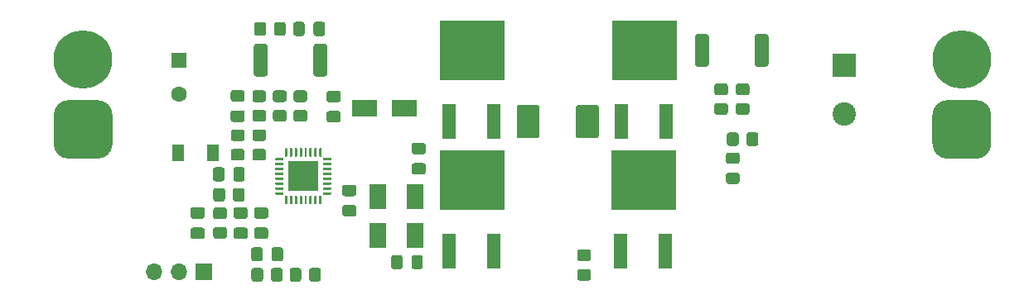
<source format=gbr>
%TF.GenerationSoftware,KiCad,Pcbnew,5.1.10*%
%TF.CreationDate,2021-11-10T11:11:15+01:00*%
%TF.ProjectId,Buck-Boost_12V,4275636b-2d42-46f6-9f73-745f3132562e,rev?*%
%TF.SameCoordinates,Original*%
%TF.FileFunction,Soldermask,Top*%
%TF.FilePolarity,Negative*%
%FSLAX46Y46*%
G04 Gerber Fmt 4.6, Leading zero omitted, Abs format (unit mm)*
G04 Created by KiCad (PCBNEW 5.1.10) date 2021-11-10 11:11:15*
%MOMM*%
%LPD*%
G01*
G04 APERTURE LIST*
%ADD10R,3.100000X3.100000*%
%ADD11R,1.397000X3.599180*%
%ADD12C,1.000000*%
%ADD13R,6.598920X6.197600*%
%ADD14O,1.700000X1.700000*%
%ADD15R,1.700000X1.700000*%
%ADD16C,6.000000*%
%ADD17R,2.500000X1.800000*%
%ADD18R,1.800000X2.500000*%
%ADD19R,1.300000X1.700000*%
%ADD20C,2.400000*%
%ADD21R,2.400000X2.400000*%
%ADD22C,1.600000*%
%ADD23R,1.600000X1.600000*%
G04 APERTURE END LIST*
%TO.C,C5*%
G36*
G01*
X116325000Y-78750000D02*
X117275000Y-78750000D01*
G75*
G02*
X117525000Y-79000000I0J-250000D01*
G01*
X117525000Y-79675000D01*
G75*
G02*
X117275000Y-79925000I-250000J0D01*
G01*
X116325000Y-79925000D01*
G75*
G02*
X116075000Y-79675000I0J250000D01*
G01*
X116075000Y-79000000D01*
G75*
G02*
X116325000Y-78750000I250000J0D01*
G01*
G37*
G36*
G01*
X116325000Y-76675000D02*
X117275000Y-76675000D01*
G75*
G02*
X117525000Y-76925000I0J-250000D01*
G01*
X117525000Y-77600000D01*
G75*
G02*
X117275000Y-77850000I-250000J0D01*
G01*
X116325000Y-77850000D01*
G75*
G02*
X116075000Y-77600000I0J250000D01*
G01*
X116075000Y-76925000D01*
G75*
G02*
X116325000Y-76675000I250000J0D01*
G01*
G37*
%TD*%
D10*
%TO.C,U1*%
X121100000Y-73500000D03*
G36*
G01*
X119225000Y-71437500D02*
X119225000Y-70687500D01*
G75*
G02*
X119287500Y-70625000I62500J0D01*
G01*
X119412500Y-70625000D01*
G75*
G02*
X119475000Y-70687500I0J-62500D01*
G01*
X119475000Y-71437500D01*
G75*
G02*
X119412500Y-71500000I-62500J0D01*
G01*
X119287500Y-71500000D01*
G75*
G02*
X119225000Y-71437500I0J62500D01*
G01*
G37*
G36*
G01*
X119725000Y-71437500D02*
X119725000Y-70687500D01*
G75*
G02*
X119787500Y-70625000I62500J0D01*
G01*
X119912500Y-70625000D01*
G75*
G02*
X119975000Y-70687500I0J-62500D01*
G01*
X119975000Y-71437500D01*
G75*
G02*
X119912500Y-71500000I-62500J0D01*
G01*
X119787500Y-71500000D01*
G75*
G02*
X119725000Y-71437500I0J62500D01*
G01*
G37*
G36*
G01*
X120225000Y-71437500D02*
X120225000Y-70687500D01*
G75*
G02*
X120287500Y-70625000I62500J0D01*
G01*
X120412500Y-70625000D01*
G75*
G02*
X120475000Y-70687500I0J-62500D01*
G01*
X120475000Y-71437500D01*
G75*
G02*
X120412500Y-71500000I-62500J0D01*
G01*
X120287500Y-71500000D01*
G75*
G02*
X120225000Y-71437500I0J62500D01*
G01*
G37*
G36*
G01*
X120725000Y-71437500D02*
X120725000Y-70687500D01*
G75*
G02*
X120787500Y-70625000I62500J0D01*
G01*
X120912500Y-70625000D01*
G75*
G02*
X120975000Y-70687500I0J-62500D01*
G01*
X120975000Y-71437500D01*
G75*
G02*
X120912500Y-71500000I-62500J0D01*
G01*
X120787500Y-71500000D01*
G75*
G02*
X120725000Y-71437500I0J62500D01*
G01*
G37*
G36*
G01*
X121225000Y-71437500D02*
X121225000Y-70687500D01*
G75*
G02*
X121287500Y-70625000I62500J0D01*
G01*
X121412500Y-70625000D01*
G75*
G02*
X121475000Y-70687500I0J-62500D01*
G01*
X121475000Y-71437500D01*
G75*
G02*
X121412500Y-71500000I-62500J0D01*
G01*
X121287500Y-71500000D01*
G75*
G02*
X121225000Y-71437500I0J62500D01*
G01*
G37*
G36*
G01*
X121725000Y-71437500D02*
X121725000Y-70687500D01*
G75*
G02*
X121787500Y-70625000I62500J0D01*
G01*
X121912500Y-70625000D01*
G75*
G02*
X121975000Y-70687500I0J-62500D01*
G01*
X121975000Y-71437500D01*
G75*
G02*
X121912500Y-71500000I-62500J0D01*
G01*
X121787500Y-71500000D01*
G75*
G02*
X121725000Y-71437500I0J62500D01*
G01*
G37*
G36*
G01*
X122225000Y-71437500D02*
X122225000Y-70687500D01*
G75*
G02*
X122287500Y-70625000I62500J0D01*
G01*
X122412500Y-70625000D01*
G75*
G02*
X122475000Y-70687500I0J-62500D01*
G01*
X122475000Y-71437500D01*
G75*
G02*
X122412500Y-71500000I-62500J0D01*
G01*
X122287500Y-71500000D01*
G75*
G02*
X122225000Y-71437500I0J62500D01*
G01*
G37*
G36*
G01*
X122725000Y-71437500D02*
X122725000Y-70687500D01*
G75*
G02*
X122787500Y-70625000I62500J0D01*
G01*
X122912500Y-70625000D01*
G75*
G02*
X122975000Y-70687500I0J-62500D01*
G01*
X122975000Y-71437500D01*
G75*
G02*
X122912500Y-71500000I-62500J0D01*
G01*
X122787500Y-71500000D01*
G75*
G02*
X122725000Y-71437500I0J62500D01*
G01*
G37*
G36*
G01*
X123100000Y-71812500D02*
X123100000Y-71687500D01*
G75*
G02*
X123162500Y-71625000I62500J0D01*
G01*
X123912500Y-71625000D01*
G75*
G02*
X123975000Y-71687500I0J-62500D01*
G01*
X123975000Y-71812500D01*
G75*
G02*
X123912500Y-71875000I-62500J0D01*
G01*
X123162500Y-71875000D01*
G75*
G02*
X123100000Y-71812500I0J62500D01*
G01*
G37*
G36*
G01*
X123100000Y-72312500D02*
X123100000Y-72187500D01*
G75*
G02*
X123162500Y-72125000I62500J0D01*
G01*
X123912500Y-72125000D01*
G75*
G02*
X123975000Y-72187500I0J-62500D01*
G01*
X123975000Y-72312500D01*
G75*
G02*
X123912500Y-72375000I-62500J0D01*
G01*
X123162500Y-72375000D01*
G75*
G02*
X123100000Y-72312500I0J62500D01*
G01*
G37*
G36*
G01*
X123100000Y-72812500D02*
X123100000Y-72687500D01*
G75*
G02*
X123162500Y-72625000I62500J0D01*
G01*
X123912500Y-72625000D01*
G75*
G02*
X123975000Y-72687500I0J-62500D01*
G01*
X123975000Y-72812500D01*
G75*
G02*
X123912500Y-72875000I-62500J0D01*
G01*
X123162500Y-72875000D01*
G75*
G02*
X123100000Y-72812500I0J62500D01*
G01*
G37*
G36*
G01*
X123100000Y-73312500D02*
X123100000Y-73187500D01*
G75*
G02*
X123162500Y-73125000I62500J0D01*
G01*
X123912500Y-73125000D01*
G75*
G02*
X123975000Y-73187500I0J-62500D01*
G01*
X123975000Y-73312500D01*
G75*
G02*
X123912500Y-73375000I-62500J0D01*
G01*
X123162500Y-73375000D01*
G75*
G02*
X123100000Y-73312500I0J62500D01*
G01*
G37*
G36*
G01*
X123100000Y-73812500D02*
X123100000Y-73687500D01*
G75*
G02*
X123162500Y-73625000I62500J0D01*
G01*
X123912500Y-73625000D01*
G75*
G02*
X123975000Y-73687500I0J-62500D01*
G01*
X123975000Y-73812500D01*
G75*
G02*
X123912500Y-73875000I-62500J0D01*
G01*
X123162500Y-73875000D01*
G75*
G02*
X123100000Y-73812500I0J62500D01*
G01*
G37*
G36*
G01*
X123100000Y-74312500D02*
X123100000Y-74187500D01*
G75*
G02*
X123162500Y-74125000I62500J0D01*
G01*
X123912500Y-74125000D01*
G75*
G02*
X123975000Y-74187500I0J-62500D01*
G01*
X123975000Y-74312500D01*
G75*
G02*
X123912500Y-74375000I-62500J0D01*
G01*
X123162500Y-74375000D01*
G75*
G02*
X123100000Y-74312500I0J62500D01*
G01*
G37*
G36*
G01*
X123100000Y-74812500D02*
X123100000Y-74687500D01*
G75*
G02*
X123162500Y-74625000I62500J0D01*
G01*
X123912500Y-74625000D01*
G75*
G02*
X123975000Y-74687500I0J-62500D01*
G01*
X123975000Y-74812500D01*
G75*
G02*
X123912500Y-74875000I-62500J0D01*
G01*
X123162500Y-74875000D01*
G75*
G02*
X123100000Y-74812500I0J62500D01*
G01*
G37*
G36*
G01*
X123100000Y-75312500D02*
X123100000Y-75187500D01*
G75*
G02*
X123162500Y-75125000I62500J0D01*
G01*
X123912500Y-75125000D01*
G75*
G02*
X123975000Y-75187500I0J-62500D01*
G01*
X123975000Y-75312500D01*
G75*
G02*
X123912500Y-75375000I-62500J0D01*
G01*
X123162500Y-75375000D01*
G75*
G02*
X123100000Y-75312500I0J62500D01*
G01*
G37*
G36*
G01*
X122725000Y-76312500D02*
X122725000Y-75562500D01*
G75*
G02*
X122787500Y-75500000I62500J0D01*
G01*
X122912500Y-75500000D01*
G75*
G02*
X122975000Y-75562500I0J-62500D01*
G01*
X122975000Y-76312500D01*
G75*
G02*
X122912500Y-76375000I-62500J0D01*
G01*
X122787500Y-76375000D01*
G75*
G02*
X122725000Y-76312500I0J62500D01*
G01*
G37*
G36*
G01*
X122225000Y-76312500D02*
X122225000Y-75562500D01*
G75*
G02*
X122287500Y-75500000I62500J0D01*
G01*
X122412500Y-75500000D01*
G75*
G02*
X122475000Y-75562500I0J-62500D01*
G01*
X122475000Y-76312500D01*
G75*
G02*
X122412500Y-76375000I-62500J0D01*
G01*
X122287500Y-76375000D01*
G75*
G02*
X122225000Y-76312500I0J62500D01*
G01*
G37*
G36*
G01*
X121725000Y-76312500D02*
X121725000Y-75562500D01*
G75*
G02*
X121787500Y-75500000I62500J0D01*
G01*
X121912500Y-75500000D01*
G75*
G02*
X121975000Y-75562500I0J-62500D01*
G01*
X121975000Y-76312500D01*
G75*
G02*
X121912500Y-76375000I-62500J0D01*
G01*
X121787500Y-76375000D01*
G75*
G02*
X121725000Y-76312500I0J62500D01*
G01*
G37*
G36*
G01*
X121225000Y-76312500D02*
X121225000Y-75562500D01*
G75*
G02*
X121287500Y-75500000I62500J0D01*
G01*
X121412500Y-75500000D01*
G75*
G02*
X121475000Y-75562500I0J-62500D01*
G01*
X121475000Y-76312500D01*
G75*
G02*
X121412500Y-76375000I-62500J0D01*
G01*
X121287500Y-76375000D01*
G75*
G02*
X121225000Y-76312500I0J62500D01*
G01*
G37*
G36*
G01*
X120725000Y-76312500D02*
X120725000Y-75562500D01*
G75*
G02*
X120787500Y-75500000I62500J0D01*
G01*
X120912500Y-75500000D01*
G75*
G02*
X120975000Y-75562500I0J-62500D01*
G01*
X120975000Y-76312500D01*
G75*
G02*
X120912500Y-76375000I-62500J0D01*
G01*
X120787500Y-76375000D01*
G75*
G02*
X120725000Y-76312500I0J62500D01*
G01*
G37*
G36*
G01*
X120225000Y-76312500D02*
X120225000Y-75562500D01*
G75*
G02*
X120287500Y-75500000I62500J0D01*
G01*
X120412500Y-75500000D01*
G75*
G02*
X120475000Y-75562500I0J-62500D01*
G01*
X120475000Y-76312500D01*
G75*
G02*
X120412500Y-76375000I-62500J0D01*
G01*
X120287500Y-76375000D01*
G75*
G02*
X120225000Y-76312500I0J62500D01*
G01*
G37*
G36*
G01*
X119725000Y-76312500D02*
X119725000Y-75562500D01*
G75*
G02*
X119787500Y-75500000I62500J0D01*
G01*
X119912500Y-75500000D01*
G75*
G02*
X119975000Y-75562500I0J-62500D01*
G01*
X119975000Y-76312500D01*
G75*
G02*
X119912500Y-76375000I-62500J0D01*
G01*
X119787500Y-76375000D01*
G75*
G02*
X119725000Y-76312500I0J62500D01*
G01*
G37*
G36*
G01*
X119225000Y-76312500D02*
X119225000Y-75562500D01*
G75*
G02*
X119287500Y-75500000I62500J0D01*
G01*
X119412500Y-75500000D01*
G75*
G02*
X119475000Y-75562500I0J-62500D01*
G01*
X119475000Y-76312500D01*
G75*
G02*
X119412500Y-76375000I-62500J0D01*
G01*
X119287500Y-76375000D01*
G75*
G02*
X119225000Y-76312500I0J62500D01*
G01*
G37*
G36*
G01*
X118225000Y-75312500D02*
X118225000Y-75187500D01*
G75*
G02*
X118287500Y-75125000I62500J0D01*
G01*
X119037500Y-75125000D01*
G75*
G02*
X119100000Y-75187500I0J-62500D01*
G01*
X119100000Y-75312500D01*
G75*
G02*
X119037500Y-75375000I-62500J0D01*
G01*
X118287500Y-75375000D01*
G75*
G02*
X118225000Y-75312500I0J62500D01*
G01*
G37*
G36*
G01*
X118225000Y-74812500D02*
X118225000Y-74687500D01*
G75*
G02*
X118287500Y-74625000I62500J0D01*
G01*
X119037500Y-74625000D01*
G75*
G02*
X119100000Y-74687500I0J-62500D01*
G01*
X119100000Y-74812500D01*
G75*
G02*
X119037500Y-74875000I-62500J0D01*
G01*
X118287500Y-74875000D01*
G75*
G02*
X118225000Y-74812500I0J62500D01*
G01*
G37*
G36*
G01*
X118225000Y-74312500D02*
X118225000Y-74187500D01*
G75*
G02*
X118287500Y-74125000I62500J0D01*
G01*
X119037500Y-74125000D01*
G75*
G02*
X119100000Y-74187500I0J-62500D01*
G01*
X119100000Y-74312500D01*
G75*
G02*
X119037500Y-74375000I-62500J0D01*
G01*
X118287500Y-74375000D01*
G75*
G02*
X118225000Y-74312500I0J62500D01*
G01*
G37*
G36*
G01*
X118225000Y-73812500D02*
X118225000Y-73687500D01*
G75*
G02*
X118287500Y-73625000I62500J0D01*
G01*
X119037500Y-73625000D01*
G75*
G02*
X119100000Y-73687500I0J-62500D01*
G01*
X119100000Y-73812500D01*
G75*
G02*
X119037500Y-73875000I-62500J0D01*
G01*
X118287500Y-73875000D01*
G75*
G02*
X118225000Y-73812500I0J62500D01*
G01*
G37*
G36*
G01*
X118225000Y-73312500D02*
X118225000Y-73187500D01*
G75*
G02*
X118287500Y-73125000I62500J0D01*
G01*
X119037500Y-73125000D01*
G75*
G02*
X119100000Y-73187500I0J-62500D01*
G01*
X119100000Y-73312500D01*
G75*
G02*
X119037500Y-73375000I-62500J0D01*
G01*
X118287500Y-73375000D01*
G75*
G02*
X118225000Y-73312500I0J62500D01*
G01*
G37*
G36*
G01*
X118225000Y-72812500D02*
X118225000Y-72687500D01*
G75*
G02*
X118287500Y-72625000I62500J0D01*
G01*
X119037500Y-72625000D01*
G75*
G02*
X119100000Y-72687500I0J-62500D01*
G01*
X119100000Y-72812500D01*
G75*
G02*
X119037500Y-72875000I-62500J0D01*
G01*
X118287500Y-72875000D01*
G75*
G02*
X118225000Y-72812500I0J62500D01*
G01*
G37*
G36*
G01*
X118225000Y-72312500D02*
X118225000Y-72187500D01*
G75*
G02*
X118287500Y-72125000I62500J0D01*
G01*
X119037500Y-72125000D01*
G75*
G02*
X119100000Y-72187500I0J-62500D01*
G01*
X119100000Y-72312500D01*
G75*
G02*
X119037500Y-72375000I-62500J0D01*
G01*
X118287500Y-72375000D01*
G75*
G02*
X118225000Y-72312500I0J62500D01*
G01*
G37*
G36*
G01*
X118225000Y-71812500D02*
X118225000Y-71687500D01*
G75*
G02*
X118287500Y-71625000I62500J0D01*
G01*
X119037500Y-71625000D01*
G75*
G02*
X119100000Y-71687500I0J-62500D01*
G01*
X119100000Y-71812500D01*
G75*
G02*
X119037500Y-71875000I-62500J0D01*
G01*
X118287500Y-71875000D01*
G75*
G02*
X118225000Y-71812500I0J62500D01*
G01*
G37*
%TD*%
%TO.C,R21*%
G36*
G01*
X165600000Y-69249999D02*
X165600000Y-70150001D01*
G75*
G02*
X165350001Y-70400000I-249999J0D01*
G01*
X164649999Y-70400000D01*
G75*
G02*
X164400000Y-70150001I0J249999D01*
G01*
X164400000Y-69249999D01*
G75*
G02*
X164649999Y-69000000I249999J0D01*
G01*
X165350001Y-69000000D01*
G75*
G02*
X165600000Y-69249999I0J-249999D01*
G01*
G37*
G36*
G01*
X167600000Y-69249999D02*
X167600000Y-70150001D01*
G75*
G02*
X167350001Y-70400000I-249999J0D01*
G01*
X166649999Y-70400000D01*
G75*
G02*
X166400000Y-70150001I0J249999D01*
G01*
X166400000Y-69249999D01*
G75*
G02*
X166649999Y-69000000I249999J0D01*
G01*
X167350001Y-69000000D01*
G75*
G02*
X167600000Y-69249999I0J-249999D01*
G01*
G37*
%TD*%
%TO.C,R20*%
G36*
G01*
X162550000Y-59174999D02*
X162550000Y-62025001D01*
G75*
G02*
X162300001Y-62275000I-249999J0D01*
G01*
X161399999Y-62275000D01*
G75*
G02*
X161150000Y-62025001I0J249999D01*
G01*
X161150000Y-59174999D01*
G75*
G02*
X161399999Y-58925000I249999J0D01*
G01*
X162300001Y-58925000D01*
G75*
G02*
X162550000Y-59174999I0J-249999D01*
G01*
G37*
G36*
G01*
X168650000Y-59174999D02*
X168650000Y-62025001D01*
G75*
G02*
X168400001Y-62275000I-249999J0D01*
G01*
X167499999Y-62275000D01*
G75*
G02*
X167250000Y-62025001I0J249999D01*
G01*
X167250000Y-59174999D01*
G75*
G02*
X167499999Y-58925000I249999J0D01*
G01*
X168400001Y-58925000D01*
G75*
G02*
X168650000Y-59174999I0J-249999D01*
G01*
G37*
%TD*%
%TO.C,R19*%
G36*
G01*
X150250001Y-82200000D02*
X149349999Y-82200000D01*
G75*
G02*
X149100000Y-81950001I0J249999D01*
G01*
X149100000Y-81249999D01*
G75*
G02*
X149349999Y-81000000I249999J0D01*
G01*
X150250001Y-81000000D01*
G75*
G02*
X150500000Y-81249999I0J-249999D01*
G01*
X150500000Y-81950001D01*
G75*
G02*
X150250001Y-82200000I-249999J0D01*
G01*
G37*
G36*
G01*
X150250001Y-84200000D02*
X149349999Y-84200000D01*
G75*
G02*
X149100000Y-83950001I0J249999D01*
G01*
X149100000Y-83249999D01*
G75*
G02*
X149349999Y-83000000I249999J0D01*
G01*
X150250001Y-83000000D01*
G75*
G02*
X150500000Y-83249999I0J-249999D01*
G01*
X150500000Y-83950001D01*
G75*
G02*
X150250001Y-84200000I-249999J0D01*
G01*
G37*
%TD*%
%TO.C,R18*%
G36*
G01*
X120900000Y-83149999D02*
X120900000Y-84050001D01*
G75*
G02*
X120650001Y-84300000I-249999J0D01*
G01*
X119949999Y-84300000D01*
G75*
G02*
X119700000Y-84050001I0J249999D01*
G01*
X119700000Y-83149999D01*
G75*
G02*
X119949999Y-82900000I249999J0D01*
G01*
X120650001Y-82900000D01*
G75*
G02*
X120900000Y-83149999I0J-249999D01*
G01*
G37*
G36*
G01*
X122900000Y-83149999D02*
X122900000Y-84050001D01*
G75*
G02*
X122650001Y-84300000I-249999J0D01*
G01*
X121949999Y-84300000D01*
G75*
G02*
X121700000Y-84050001I0J249999D01*
G01*
X121700000Y-83149999D01*
G75*
G02*
X121949999Y-82900000I249999J0D01*
G01*
X122650001Y-82900000D01*
G75*
G02*
X122900000Y-83149999I0J-249999D01*
G01*
G37*
%TD*%
%TO.C,R17*%
G36*
G01*
X166450001Y-65200000D02*
X165549999Y-65200000D01*
G75*
G02*
X165300000Y-64950001I0J249999D01*
G01*
X165300000Y-64249999D01*
G75*
G02*
X165549999Y-64000000I249999J0D01*
G01*
X166450001Y-64000000D01*
G75*
G02*
X166700000Y-64249999I0J-249999D01*
G01*
X166700000Y-64950001D01*
G75*
G02*
X166450001Y-65200000I-249999J0D01*
G01*
G37*
G36*
G01*
X166450001Y-67200000D02*
X165549999Y-67200000D01*
G75*
G02*
X165300000Y-66950001I0J249999D01*
G01*
X165300000Y-66249999D01*
G75*
G02*
X165549999Y-66000000I249999J0D01*
G01*
X166450001Y-66000000D01*
G75*
G02*
X166700000Y-66249999I0J-249999D01*
G01*
X166700000Y-66950001D01*
G75*
G02*
X166450001Y-67200000I-249999J0D01*
G01*
G37*
%TD*%
%TO.C,R16*%
G36*
G01*
X117450000Y-60174999D02*
X117450000Y-63025001D01*
G75*
G02*
X117200001Y-63275000I-249999J0D01*
G01*
X116299999Y-63275000D01*
G75*
G02*
X116050000Y-63025001I0J249999D01*
G01*
X116050000Y-60174999D01*
G75*
G02*
X116299999Y-59925000I249999J0D01*
G01*
X117200001Y-59925000D01*
G75*
G02*
X117450000Y-60174999I0J-249999D01*
G01*
G37*
G36*
G01*
X123550000Y-60174999D02*
X123550000Y-63025001D01*
G75*
G02*
X123300001Y-63275000I-249999J0D01*
G01*
X122399999Y-63275000D01*
G75*
G02*
X122150000Y-63025001I0J249999D01*
G01*
X122150000Y-60174999D01*
G75*
G02*
X122399999Y-59925000I249999J0D01*
G01*
X123300001Y-59925000D01*
G75*
G02*
X123550000Y-60174999I0J-249999D01*
G01*
G37*
%TD*%
%TO.C,R15*%
G36*
G01*
X117000000Y-83149999D02*
X117000000Y-84050001D01*
G75*
G02*
X116750001Y-84300000I-249999J0D01*
G01*
X116049999Y-84300000D01*
G75*
G02*
X115800000Y-84050001I0J249999D01*
G01*
X115800000Y-83149999D01*
G75*
G02*
X116049999Y-82900000I249999J0D01*
G01*
X116750001Y-82900000D01*
G75*
G02*
X117000000Y-83149999I0J-249999D01*
G01*
G37*
G36*
G01*
X119000000Y-83149999D02*
X119000000Y-84050001D01*
G75*
G02*
X118750001Y-84300000I-249999J0D01*
G01*
X118049999Y-84300000D01*
G75*
G02*
X117800000Y-84050001I0J249999D01*
G01*
X117800000Y-83149999D01*
G75*
G02*
X118049999Y-82900000I249999J0D01*
G01*
X118750001Y-82900000D01*
G75*
G02*
X119000000Y-83149999I0J-249999D01*
G01*
G37*
%TD*%
%TO.C,R14*%
G36*
G01*
X118100000Y-58850001D02*
X118100000Y-57949999D01*
G75*
G02*
X118349999Y-57700000I249999J0D01*
G01*
X119050001Y-57700000D01*
G75*
G02*
X119300000Y-57949999I0J-249999D01*
G01*
X119300000Y-58850001D01*
G75*
G02*
X119050001Y-59100000I-249999J0D01*
G01*
X118349999Y-59100000D01*
G75*
G02*
X118100000Y-58850001I0J249999D01*
G01*
G37*
G36*
G01*
X116100000Y-58850001D02*
X116100000Y-57949999D01*
G75*
G02*
X116349999Y-57700000I249999J0D01*
G01*
X117050001Y-57700000D01*
G75*
G02*
X117300000Y-57949999I0J-249999D01*
G01*
X117300000Y-58850001D01*
G75*
G02*
X117050001Y-59100000I-249999J0D01*
G01*
X116349999Y-59100000D01*
G75*
G02*
X116100000Y-58850001I0J249999D01*
G01*
G37*
%TD*%
%TO.C,R13*%
G36*
G01*
X164250001Y-65200000D02*
X163349999Y-65200000D01*
G75*
G02*
X163100000Y-64950001I0J249999D01*
G01*
X163100000Y-64249999D01*
G75*
G02*
X163349999Y-64000000I249999J0D01*
G01*
X164250001Y-64000000D01*
G75*
G02*
X164500000Y-64249999I0J-249999D01*
G01*
X164500000Y-64950001D01*
G75*
G02*
X164250001Y-65200000I-249999J0D01*
G01*
G37*
G36*
G01*
X164250001Y-67200000D02*
X163349999Y-67200000D01*
G75*
G02*
X163100000Y-66950001I0J249999D01*
G01*
X163100000Y-66249999D01*
G75*
G02*
X163349999Y-66000000I249999J0D01*
G01*
X164250001Y-66000000D01*
G75*
G02*
X164500000Y-66249999I0J-249999D01*
G01*
X164500000Y-66950001D01*
G75*
G02*
X164250001Y-67200000I-249999J0D01*
G01*
G37*
%TD*%
%TO.C,R12*%
G36*
G01*
X118249999Y-66700000D02*
X119150001Y-66700000D01*
G75*
G02*
X119400000Y-66949999I0J-249999D01*
G01*
X119400000Y-67650001D01*
G75*
G02*
X119150001Y-67900000I-249999J0D01*
G01*
X118249999Y-67900000D01*
G75*
G02*
X118000000Y-67650001I0J249999D01*
G01*
X118000000Y-66949999D01*
G75*
G02*
X118249999Y-66700000I249999J0D01*
G01*
G37*
G36*
G01*
X118249999Y-64700000D02*
X119150001Y-64700000D01*
G75*
G02*
X119400000Y-64949999I0J-249999D01*
G01*
X119400000Y-65650001D01*
G75*
G02*
X119150001Y-65900000I-249999J0D01*
G01*
X118249999Y-65900000D01*
G75*
G02*
X118000000Y-65650001I0J249999D01*
G01*
X118000000Y-64949999D01*
G75*
G02*
X118249999Y-64700000I249999J0D01*
G01*
G37*
%TD*%
%TO.C,R11*%
G36*
G01*
X120349999Y-66700000D02*
X121250001Y-66700000D01*
G75*
G02*
X121500000Y-66949999I0J-249999D01*
G01*
X121500000Y-67650001D01*
G75*
G02*
X121250001Y-67900000I-249999J0D01*
G01*
X120349999Y-67900000D01*
G75*
G02*
X120100000Y-67650001I0J249999D01*
G01*
X120100000Y-66949999D01*
G75*
G02*
X120349999Y-66700000I249999J0D01*
G01*
G37*
G36*
G01*
X120349999Y-64700000D02*
X121250001Y-64700000D01*
G75*
G02*
X121500000Y-64949999I0J-249999D01*
G01*
X121500000Y-65650001D01*
G75*
G02*
X121250001Y-65900000I-249999J0D01*
G01*
X120349999Y-65900000D01*
G75*
G02*
X120100000Y-65650001I0J249999D01*
G01*
X120100000Y-64949999D01*
G75*
G02*
X120349999Y-64700000I249999J0D01*
G01*
G37*
%TD*%
%TO.C,R5*%
G36*
G01*
X113050001Y-77900000D02*
X112149999Y-77900000D01*
G75*
G02*
X111900000Y-77650001I0J249999D01*
G01*
X111900000Y-76949999D01*
G75*
G02*
X112149999Y-76700000I249999J0D01*
G01*
X113050001Y-76700000D01*
G75*
G02*
X113300000Y-76949999I0J-249999D01*
G01*
X113300000Y-77650001D01*
G75*
G02*
X113050001Y-77900000I-249999J0D01*
G01*
G37*
G36*
G01*
X113050001Y-79900000D02*
X112149999Y-79900000D01*
G75*
G02*
X111900000Y-79650001I0J249999D01*
G01*
X111900000Y-78949999D01*
G75*
G02*
X112149999Y-78700000I249999J0D01*
G01*
X113050001Y-78700000D01*
G75*
G02*
X113300000Y-78949999I0J-249999D01*
G01*
X113300000Y-79650001D01*
G75*
G02*
X113050001Y-79900000I-249999J0D01*
G01*
G37*
%TD*%
%TO.C,R4*%
G36*
G01*
X113900000Y-75850001D02*
X113900000Y-74949999D01*
G75*
G02*
X114149999Y-74700000I249999J0D01*
G01*
X114850001Y-74700000D01*
G75*
G02*
X115100000Y-74949999I0J-249999D01*
G01*
X115100000Y-75850001D01*
G75*
G02*
X114850001Y-76100000I-249999J0D01*
G01*
X114149999Y-76100000D01*
G75*
G02*
X113900000Y-75850001I0J249999D01*
G01*
G37*
G36*
G01*
X111900000Y-75850001D02*
X111900000Y-74949999D01*
G75*
G02*
X112149999Y-74700000I249999J0D01*
G01*
X112850001Y-74700000D01*
G75*
G02*
X113100000Y-74949999I0J-249999D01*
G01*
X113100000Y-75850001D01*
G75*
G02*
X112850001Y-76100000I-249999J0D01*
G01*
X112149999Y-76100000D01*
G75*
G02*
X111900000Y-75850001I0J249999D01*
G01*
G37*
%TD*%
%TO.C,R3*%
G36*
G01*
X116149999Y-70700000D02*
X117050001Y-70700000D01*
G75*
G02*
X117300000Y-70949999I0J-249999D01*
G01*
X117300000Y-71650001D01*
G75*
G02*
X117050001Y-71900000I-249999J0D01*
G01*
X116149999Y-71900000D01*
G75*
G02*
X115900000Y-71650001I0J249999D01*
G01*
X115900000Y-70949999D01*
G75*
G02*
X116149999Y-70700000I249999J0D01*
G01*
G37*
G36*
G01*
X116149999Y-68700000D02*
X117050001Y-68700000D01*
G75*
G02*
X117300000Y-68949999I0J-249999D01*
G01*
X117300000Y-69650001D01*
G75*
G02*
X117050001Y-69900000I-249999J0D01*
G01*
X116149999Y-69900000D01*
G75*
G02*
X115900000Y-69650001I0J249999D01*
G01*
X115900000Y-68949999D01*
G75*
G02*
X116149999Y-68700000I249999J0D01*
G01*
G37*
%TD*%
%TO.C,R2*%
G36*
G01*
X116149999Y-66700000D02*
X117050001Y-66700000D01*
G75*
G02*
X117300000Y-66949999I0J-249999D01*
G01*
X117300000Y-67650001D01*
G75*
G02*
X117050001Y-67900000I-249999J0D01*
G01*
X116149999Y-67900000D01*
G75*
G02*
X115900000Y-67650001I0J249999D01*
G01*
X115900000Y-66949999D01*
G75*
G02*
X116149999Y-66700000I249999J0D01*
G01*
G37*
G36*
G01*
X116149999Y-64700000D02*
X117050001Y-64700000D01*
G75*
G02*
X117300000Y-64949999I0J-249999D01*
G01*
X117300000Y-65650001D01*
G75*
G02*
X117050001Y-65900000I-249999J0D01*
G01*
X116149999Y-65900000D01*
G75*
G02*
X115900000Y-65650001I0J249999D01*
G01*
X115900000Y-64949999D01*
G75*
G02*
X116149999Y-64700000I249999J0D01*
G01*
G37*
%TD*%
%TO.C,R1*%
G36*
G01*
X113949999Y-70700000D02*
X114850001Y-70700000D01*
G75*
G02*
X115100000Y-70949999I0J-249999D01*
G01*
X115100000Y-71650001D01*
G75*
G02*
X114850001Y-71900000I-249999J0D01*
G01*
X113949999Y-71900000D01*
G75*
G02*
X113700000Y-71650001I0J249999D01*
G01*
X113700000Y-70949999D01*
G75*
G02*
X113949999Y-70700000I249999J0D01*
G01*
G37*
G36*
G01*
X113949999Y-68700000D02*
X114850001Y-68700000D01*
G75*
G02*
X115100000Y-68949999I0J-249999D01*
G01*
X115100000Y-69650001D01*
G75*
G02*
X114850001Y-69900000I-249999J0D01*
G01*
X113949999Y-69900000D01*
G75*
G02*
X113700000Y-69650001I0J249999D01*
G01*
X113700000Y-68949999D01*
G75*
G02*
X113949999Y-68700000I249999J0D01*
G01*
G37*
%TD*%
D11*
%TO.C,Q4*%
X158094560Y-81199960D03*
D12*
X157170000Y-71360000D03*
X158440000Y-72630000D03*
X155900000Y-73900000D03*
D11*
X153527640Y-81199960D03*
D12*
X155900000Y-76440000D03*
X154630000Y-76440000D03*
X155900000Y-71360000D03*
X157170000Y-76440000D03*
X157170000Y-75170000D03*
D13*
X155900000Y-73900000D03*
D12*
X157170000Y-73900000D03*
X158440000Y-76440000D03*
X154630000Y-75170000D03*
X154630000Y-73900000D03*
X154630000Y-72630000D03*
X157170000Y-72630000D03*
X158440000Y-73900000D03*
X158440000Y-75170000D03*
X158440000Y-71360000D03*
X153360000Y-75170000D03*
X153360000Y-76440000D03*
X155900000Y-75170000D03*
X154630000Y-71360000D03*
X153360000Y-71360000D03*
X153360000Y-72630000D03*
X153360000Y-73900000D03*
X155900000Y-72630000D03*
%TD*%
D11*
%TO.C,Q3*%
X158194560Y-67899960D03*
D12*
X157270000Y-58060000D03*
X158540000Y-59330000D03*
X156000000Y-60600000D03*
D11*
X153627640Y-67899960D03*
D12*
X156000000Y-63140000D03*
X154730000Y-63140000D03*
X156000000Y-58060000D03*
X157270000Y-63140000D03*
X157270000Y-61870000D03*
D13*
X156000000Y-60600000D03*
D12*
X157270000Y-60600000D03*
X158540000Y-63140000D03*
X154730000Y-61870000D03*
X154730000Y-60600000D03*
X154730000Y-59330000D03*
X157270000Y-59330000D03*
X158540000Y-60600000D03*
X158540000Y-61870000D03*
X158540000Y-58060000D03*
X153460000Y-61870000D03*
X153460000Y-63140000D03*
X156000000Y-61870000D03*
X154730000Y-58060000D03*
X153460000Y-58060000D03*
X153460000Y-59330000D03*
X153460000Y-60600000D03*
X156000000Y-59330000D03*
%TD*%
D11*
%TO.C,Q2*%
X140594560Y-81199960D03*
D12*
X139670000Y-71360000D03*
X140940000Y-72630000D03*
X138400000Y-73900000D03*
D11*
X136027640Y-81199960D03*
D12*
X138400000Y-76440000D03*
X137130000Y-76440000D03*
X138400000Y-71360000D03*
X139670000Y-76440000D03*
X139670000Y-75170000D03*
D13*
X138400000Y-73900000D03*
D12*
X139670000Y-73900000D03*
X140940000Y-76440000D03*
X137130000Y-75170000D03*
X137130000Y-73900000D03*
X137130000Y-72630000D03*
X139670000Y-72630000D03*
X140940000Y-73900000D03*
X140940000Y-75170000D03*
X140940000Y-71360000D03*
X135860000Y-75170000D03*
X135860000Y-76440000D03*
X138400000Y-75170000D03*
X137130000Y-71360000D03*
X135860000Y-71360000D03*
X135860000Y-72630000D03*
X135860000Y-73900000D03*
X138400000Y-72630000D03*
%TD*%
D11*
%TO.C,Q1*%
X140594560Y-67899960D03*
D12*
X139670000Y-58060000D03*
X140940000Y-59330000D03*
X138400000Y-60600000D03*
D11*
X136027640Y-67899960D03*
D12*
X138400000Y-63140000D03*
X137130000Y-63140000D03*
X138400000Y-58060000D03*
X139670000Y-63140000D03*
X139670000Y-61870000D03*
D13*
X138400000Y-60600000D03*
D12*
X139670000Y-60600000D03*
X140940000Y-63140000D03*
X137130000Y-61870000D03*
X137130000Y-60600000D03*
X137130000Y-59330000D03*
X139670000Y-59330000D03*
X140940000Y-60600000D03*
X140940000Y-61870000D03*
X140940000Y-58060000D03*
X135860000Y-61870000D03*
X135860000Y-63140000D03*
X138400000Y-61870000D03*
X137130000Y-58060000D03*
X135860000Y-58060000D03*
X135860000Y-59330000D03*
X135860000Y-60600000D03*
X138400000Y-59330000D03*
%TD*%
%TO.C,L1*%
G36*
G01*
X148950000Y-69365000D02*
X148950000Y-66435000D01*
G75*
G02*
X149185000Y-66200000I235000J0D01*
G01*
X151065000Y-66200000D01*
G75*
G02*
X151300000Y-66435000I0J-235000D01*
G01*
X151300000Y-69365000D01*
G75*
G02*
X151065000Y-69600000I-235000J0D01*
G01*
X149185000Y-69600000D01*
G75*
G02*
X148950000Y-69365000I0J235000D01*
G01*
G37*
G36*
G01*
X142900000Y-69365000D02*
X142900000Y-66435000D01*
G75*
G02*
X143135000Y-66200000I235000J0D01*
G01*
X145015000Y-66200000D01*
G75*
G02*
X145250000Y-66435000I0J-235000D01*
G01*
X145250000Y-69365000D01*
G75*
G02*
X145015000Y-69600000I-235000J0D01*
G01*
X143135000Y-69600000D01*
G75*
G02*
X142900000Y-69365000I0J235000D01*
G01*
G37*
%TD*%
D14*
%TO.C,J3*%
X105820000Y-83300000D03*
X108360000Y-83300000D03*
D15*
X110900000Y-83300000D03*
%TD*%
%TO.C,J2*%
G36*
G01*
X189900000Y-71700000D02*
X186900000Y-71700000D01*
G75*
G02*
X185400000Y-70200000I0J1500000D01*
G01*
X185400000Y-67200000D01*
G75*
G02*
X186900000Y-65700000I1500000J0D01*
G01*
X189900000Y-65700000D01*
G75*
G02*
X191400000Y-67200000I0J-1500000D01*
G01*
X191400000Y-70200000D01*
G75*
G02*
X189900000Y-71700000I-1500000J0D01*
G01*
G37*
D16*
X188400000Y-61500000D03*
%TD*%
%TO.C,J1*%
G36*
G01*
X100100000Y-71700000D02*
X97100000Y-71700000D01*
G75*
G02*
X95600000Y-70200000I0J1500000D01*
G01*
X95600000Y-67200000D01*
G75*
G02*
X97100000Y-65700000I1500000J0D01*
G01*
X100100000Y-65700000D01*
G75*
G02*
X101600000Y-67200000I0J-1500000D01*
G01*
X101600000Y-70200000D01*
G75*
G02*
X100100000Y-71700000I-1500000J0D01*
G01*
G37*
X98600000Y-61500000D03*
%TD*%
%TO.C,D5*%
G36*
G01*
X165450001Y-72225000D02*
X164549999Y-72225000D01*
G75*
G02*
X164300000Y-71975001I0J249999D01*
G01*
X164300000Y-71324999D01*
G75*
G02*
X164549999Y-71075000I249999J0D01*
G01*
X165450001Y-71075000D01*
G75*
G02*
X165700000Y-71324999I0J-249999D01*
G01*
X165700000Y-71975001D01*
G75*
G02*
X165450001Y-72225000I-249999J0D01*
G01*
G37*
G36*
G01*
X165450001Y-74275000D02*
X164549999Y-74275000D01*
G75*
G02*
X164300000Y-74025001I0J249999D01*
G01*
X164300000Y-73374999D01*
G75*
G02*
X164549999Y-73125000I249999J0D01*
G01*
X165450001Y-73125000D01*
G75*
G02*
X165700000Y-73374999I0J-249999D01*
G01*
X165700000Y-74025001D01*
G75*
G02*
X165450001Y-74275000I-249999J0D01*
G01*
G37*
%TD*%
D17*
%TO.C,D4*%
X131400000Y-66500000D03*
X127400000Y-66500000D03*
%TD*%
D18*
%TO.C,D3*%
X128700000Y-79600000D03*
X128700000Y-75600000D03*
%TD*%
%TO.C,D2*%
X132500000Y-79600000D03*
X132500000Y-75600000D03*
%TD*%
D19*
%TO.C,D1*%
X108350000Y-71100000D03*
X111850000Y-71100000D03*
%TD*%
D20*
%TO.C,C22*%
X176400000Y-67100000D03*
D21*
X176400000Y-62100000D03*
%TD*%
%TO.C,C21*%
G36*
G01*
X124675000Y-65912500D02*
X123725000Y-65912500D01*
G75*
G02*
X123475000Y-65662500I0J250000D01*
G01*
X123475000Y-64987500D01*
G75*
G02*
X123725000Y-64737500I250000J0D01*
G01*
X124675000Y-64737500D01*
G75*
G02*
X124925000Y-64987500I0J-250000D01*
G01*
X124925000Y-65662500D01*
G75*
G02*
X124675000Y-65912500I-250000J0D01*
G01*
G37*
G36*
G01*
X124675000Y-67987500D02*
X123725000Y-67987500D01*
G75*
G02*
X123475000Y-67737500I0J250000D01*
G01*
X123475000Y-67062500D01*
G75*
G02*
X123725000Y-66812500I250000J0D01*
G01*
X124675000Y-66812500D01*
G75*
G02*
X124925000Y-67062500I0J-250000D01*
G01*
X124925000Y-67737500D01*
G75*
G02*
X124675000Y-67987500I-250000J0D01*
G01*
G37*
%TD*%
%TO.C,C20*%
G36*
G01*
X121250000Y-57925000D02*
X121250000Y-58875000D01*
G75*
G02*
X121000000Y-59125000I-250000J0D01*
G01*
X120325000Y-59125000D01*
G75*
G02*
X120075000Y-58875000I0J250000D01*
G01*
X120075000Y-57925000D01*
G75*
G02*
X120325000Y-57675000I250000J0D01*
G01*
X121000000Y-57675000D01*
G75*
G02*
X121250000Y-57925000I0J-250000D01*
G01*
G37*
G36*
G01*
X123325000Y-57925000D02*
X123325000Y-58875000D01*
G75*
G02*
X123075000Y-59125000I-250000J0D01*
G01*
X122400000Y-59125000D01*
G75*
G02*
X122150000Y-58875000I0J250000D01*
G01*
X122150000Y-57925000D01*
G75*
G02*
X122400000Y-57675000I250000J0D01*
G01*
X123075000Y-57675000D01*
G75*
G02*
X123325000Y-57925000I0J-250000D01*
G01*
G37*
%TD*%
%TO.C,C19*%
G36*
G01*
X125325000Y-76450000D02*
X126275000Y-76450000D01*
G75*
G02*
X126525000Y-76700000I0J-250000D01*
G01*
X126525000Y-77375000D01*
G75*
G02*
X126275000Y-77625000I-250000J0D01*
G01*
X125325000Y-77625000D01*
G75*
G02*
X125075000Y-77375000I0J250000D01*
G01*
X125075000Y-76700000D01*
G75*
G02*
X125325000Y-76450000I250000J0D01*
G01*
G37*
G36*
G01*
X125325000Y-74375000D02*
X126275000Y-74375000D01*
G75*
G02*
X126525000Y-74625000I0J-250000D01*
G01*
X126525000Y-75300000D01*
G75*
G02*
X126275000Y-75550000I-250000J0D01*
G01*
X125325000Y-75550000D01*
G75*
G02*
X125075000Y-75300000I0J250000D01*
G01*
X125075000Y-74625000D01*
G75*
G02*
X125325000Y-74375000I250000J0D01*
G01*
G37*
%TD*%
%TO.C,C18*%
G36*
G01*
X131250000Y-81825000D02*
X131250000Y-82775000D01*
G75*
G02*
X131000000Y-83025000I-250000J0D01*
G01*
X130325000Y-83025000D01*
G75*
G02*
X130075000Y-82775000I0J250000D01*
G01*
X130075000Y-81825000D01*
G75*
G02*
X130325000Y-81575000I250000J0D01*
G01*
X131000000Y-81575000D01*
G75*
G02*
X131250000Y-81825000I0J-250000D01*
G01*
G37*
G36*
G01*
X133325000Y-81825000D02*
X133325000Y-82775000D01*
G75*
G02*
X133075000Y-83025000I-250000J0D01*
G01*
X132400000Y-83025000D01*
G75*
G02*
X132150000Y-82775000I0J250000D01*
G01*
X132150000Y-81825000D01*
G75*
G02*
X132400000Y-81575000I250000J0D01*
G01*
X133075000Y-81575000D01*
G75*
G02*
X133325000Y-81825000I0J-250000D01*
G01*
G37*
%TD*%
%TO.C,C17*%
G36*
G01*
X133375000Y-71250000D02*
X132425000Y-71250000D01*
G75*
G02*
X132175000Y-71000000I0J250000D01*
G01*
X132175000Y-70325000D01*
G75*
G02*
X132425000Y-70075000I250000J0D01*
G01*
X133375000Y-70075000D01*
G75*
G02*
X133625000Y-70325000I0J-250000D01*
G01*
X133625000Y-71000000D01*
G75*
G02*
X133375000Y-71250000I-250000J0D01*
G01*
G37*
G36*
G01*
X133375000Y-73325000D02*
X132425000Y-73325000D01*
G75*
G02*
X132175000Y-73075000I0J250000D01*
G01*
X132175000Y-72400000D01*
G75*
G02*
X132425000Y-72150000I250000J0D01*
G01*
X133375000Y-72150000D01*
G75*
G02*
X133625000Y-72400000I0J-250000D01*
G01*
X133625000Y-73075000D01*
G75*
G02*
X133375000Y-73325000I-250000J0D01*
G01*
G37*
%TD*%
%TO.C,C15*%
G36*
G01*
X116950000Y-81025000D02*
X116950000Y-81975000D01*
G75*
G02*
X116700000Y-82225000I-250000J0D01*
G01*
X116025000Y-82225000D01*
G75*
G02*
X115775000Y-81975000I0J250000D01*
G01*
X115775000Y-81025000D01*
G75*
G02*
X116025000Y-80775000I250000J0D01*
G01*
X116700000Y-80775000D01*
G75*
G02*
X116950000Y-81025000I0J-250000D01*
G01*
G37*
G36*
G01*
X119025000Y-81025000D02*
X119025000Y-81975000D01*
G75*
G02*
X118775000Y-82225000I-250000J0D01*
G01*
X118100000Y-82225000D01*
G75*
G02*
X117850000Y-81975000I0J250000D01*
G01*
X117850000Y-81025000D01*
G75*
G02*
X118100000Y-80775000I250000J0D01*
G01*
X118775000Y-80775000D01*
G75*
G02*
X119025000Y-81025000I0J-250000D01*
G01*
G37*
%TD*%
%TO.C,C6*%
G36*
G01*
X113050000Y-72825000D02*
X113050000Y-73775000D01*
G75*
G02*
X112800000Y-74025000I-250000J0D01*
G01*
X112125000Y-74025000D01*
G75*
G02*
X111875000Y-73775000I0J250000D01*
G01*
X111875000Y-72825000D01*
G75*
G02*
X112125000Y-72575000I250000J0D01*
G01*
X112800000Y-72575000D01*
G75*
G02*
X113050000Y-72825000I0J-250000D01*
G01*
G37*
G36*
G01*
X115125000Y-72825000D02*
X115125000Y-73775000D01*
G75*
G02*
X114875000Y-74025000I-250000J0D01*
G01*
X114200000Y-74025000D01*
G75*
G02*
X113950000Y-73775000I0J250000D01*
G01*
X113950000Y-72825000D01*
G75*
G02*
X114200000Y-72575000I250000J0D01*
G01*
X114875000Y-72575000D01*
G75*
G02*
X115125000Y-72825000I0J-250000D01*
G01*
G37*
%TD*%
%TO.C,C4*%
G36*
G01*
X114225000Y-78750000D02*
X115175000Y-78750000D01*
G75*
G02*
X115425000Y-79000000I0J-250000D01*
G01*
X115425000Y-79675000D01*
G75*
G02*
X115175000Y-79925000I-250000J0D01*
G01*
X114225000Y-79925000D01*
G75*
G02*
X113975000Y-79675000I0J250000D01*
G01*
X113975000Y-79000000D01*
G75*
G02*
X114225000Y-78750000I250000J0D01*
G01*
G37*
G36*
G01*
X114225000Y-76675000D02*
X115175000Y-76675000D01*
G75*
G02*
X115425000Y-76925000I0J-250000D01*
G01*
X115425000Y-77600000D01*
G75*
G02*
X115175000Y-77850000I-250000J0D01*
G01*
X114225000Y-77850000D01*
G75*
G02*
X113975000Y-77600000I0J250000D01*
G01*
X113975000Y-76925000D01*
G75*
G02*
X114225000Y-76675000I250000J0D01*
G01*
G37*
%TD*%
%TO.C,C3*%
G36*
G01*
X110775000Y-77850000D02*
X109825000Y-77850000D01*
G75*
G02*
X109575000Y-77600000I0J250000D01*
G01*
X109575000Y-76925000D01*
G75*
G02*
X109825000Y-76675000I250000J0D01*
G01*
X110775000Y-76675000D01*
G75*
G02*
X111025000Y-76925000I0J-250000D01*
G01*
X111025000Y-77600000D01*
G75*
G02*
X110775000Y-77850000I-250000J0D01*
G01*
G37*
G36*
G01*
X110775000Y-79925000D02*
X109825000Y-79925000D01*
G75*
G02*
X109575000Y-79675000I0J250000D01*
G01*
X109575000Y-79000000D01*
G75*
G02*
X109825000Y-78750000I250000J0D01*
G01*
X110775000Y-78750000D01*
G75*
G02*
X111025000Y-79000000I0J-250000D01*
G01*
X111025000Y-79675000D01*
G75*
G02*
X110775000Y-79925000I-250000J0D01*
G01*
G37*
%TD*%
%TO.C,C2*%
G36*
G01*
X113925000Y-66750000D02*
X114875000Y-66750000D01*
G75*
G02*
X115125000Y-67000000I0J-250000D01*
G01*
X115125000Y-67675000D01*
G75*
G02*
X114875000Y-67925000I-250000J0D01*
G01*
X113925000Y-67925000D01*
G75*
G02*
X113675000Y-67675000I0J250000D01*
G01*
X113675000Y-67000000D01*
G75*
G02*
X113925000Y-66750000I250000J0D01*
G01*
G37*
G36*
G01*
X113925000Y-64675000D02*
X114875000Y-64675000D01*
G75*
G02*
X115125000Y-64925000I0J-250000D01*
G01*
X115125000Y-65600000D01*
G75*
G02*
X114875000Y-65850000I-250000J0D01*
G01*
X113925000Y-65850000D01*
G75*
G02*
X113675000Y-65600000I0J250000D01*
G01*
X113675000Y-64925000D01*
G75*
G02*
X113925000Y-64675000I250000J0D01*
G01*
G37*
%TD*%
D22*
%TO.C,C1*%
X108400000Y-65100000D03*
D23*
X108400000Y-61600000D03*
%TD*%
M02*

</source>
